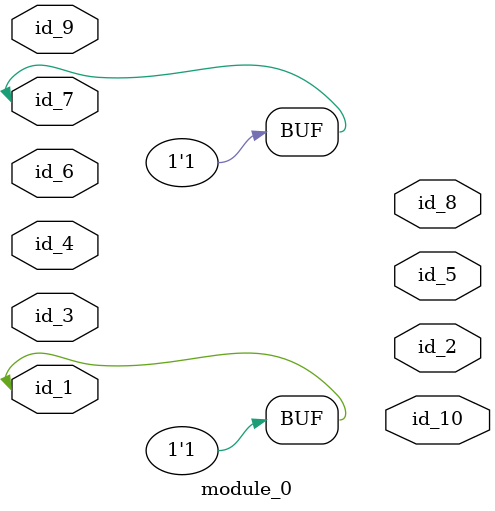
<source format=v>
module module_0 (
    id_1,
    id_2,
    id_3,
    id_4,
    id_5,
    id_6,
    id_7,
    id_8,
    id_9,
    id_10
);
  output wire id_10;
  input wire id_9;
  output wire id_8;
  inout wire id_7;
  input wire id_6;
  output wire id_5;
  input wire id_4;
  inout wire id_3;
  output wire id_2;
  input wire id_1;
  assign id_7 = 1;
  assign id_7 = id_1;
endmodule
module module_1;
  assign id_1 = id_1;
  assign id_1 = id_1;
  module_0 modCall_1 (
      id_1,
      id_1,
      id_1,
      id_1,
      id_1,
      id_1,
      id_1,
      id_1,
      id_1,
      id_1
  );
endmodule

</source>
